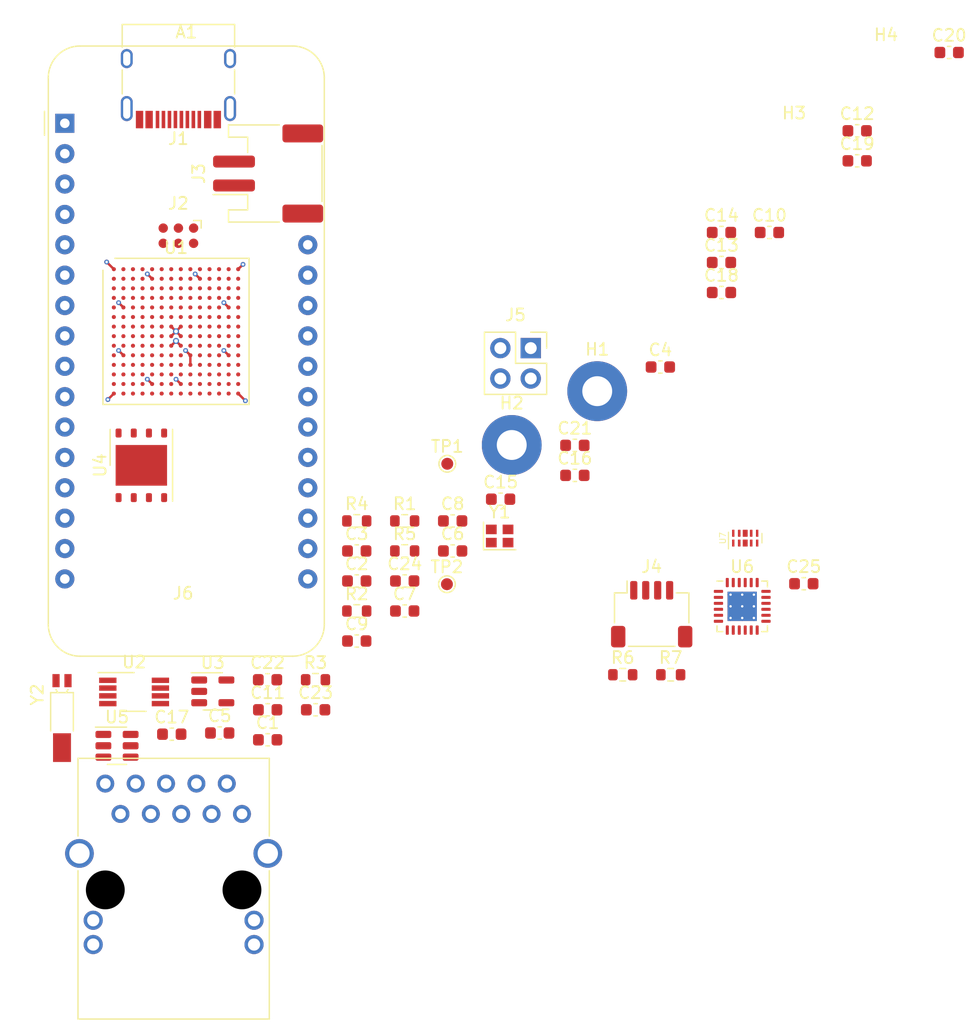
<source format=kicad_pcb>
(kicad_pcb (version 20211014) (generator pcbnew)
  (layers (0 "F.Cu" signal) (1 "In1.Cu" power) (2 "In2.Cu" power) (31 "B.Cu" signal) (34 "B.Paste" user) (35 "F.Paste" user) (36 "B.SilkS" user "B.Silkscreen") (37 "F.SilkS" user "F.Silkscreen") (38 "B.Mask" user) (39 "F.Mask" user) (44 "Edge.Cuts" user))
  (net 0 "")
  (net 1 "Net-(C1-Pad1)")
  (net 2 "GND")
  (net 3 "Net-(C2-Pad1)")
  (net 4 "Net-(C3-Pad2)")
  (net 5 "Net-(C4-Pad2)")
  (net 6 "+3V3")
  (net 7 "VIN")
  (net 8 "Net-(C9-Pad1)")
  (net 9 "/DCDC_PSWITCH")
  (net 10 "Net-(C23-Pad2)")
  (net 11 "Net-(C24-Pad2)")
  (net 12 "Net-(J1-PadA6)")
  (net 13 "Net-(J1-PadB5)")
  (net 14 "Net-(J1-PadA7)")
  (net 15 "Net-(J1-PadA5)")
  (net 16 "VUSB")
  (net 17 "/SWDIO")
  (net 18 "/~{RESET}")
  (net 19 "/SWO")
  (net 20 "VBAT")
  (net 22 "/QWIIC_SDA")
  (net 23 "/QWIIC_SCL")
  (net 25 "Net-(R3-Pad2)")
  (net 26 "Net-(R5-Pad1)")
  (net 27 "Net-(TP1-Pad1)")
  (net 28 "Net-(TP2-Pad1)")
  (net 29 "VDD_SOC_IN")
  (net 30 "Net-(U1-PadK7)")
  (net 31 "DCDC_IN")
  (net 32 "Net-(U1-PadL3)")
  (net 33 "Net-(U1-PadL4)")
  (net 34 "Net-(U1-PadL8)")
  (net 35 "Net-(U1-PadM1)")
  (net 36 "Net-(U1-PadM8)")
  (net 37 "DCDC_GND")
  (net 38 "Net-(U1-PadN4)")
  (net 39 "Net-(U1-PadP3)")
  (net 40 "Net-(U1-PadP4)")
  (net 41 "Net-(U1-PadP5)")
  (net 43 "Net-(J5-Pad1)")
  (net 44 "Net-(J5-Pad2)")
  (net 45 "Net-(J5-Pad3)")
  (net 46 "Net-(J5-Pad4)")
  (net 47 "/ENET_RX-")
  (net 48 "/ENET_RX+")
  (net 49 "/ENET_TX-")
  (net 50 "/ENET_TX+")
  (footprint "Package_SON:WSON-8-1EP_6x5mm_P1.27mm_EP3.4x4.3mm" (layer "F.Cu") (at 96.2 103.3 90)
    (fp_text reference "U4")
    (fp_text value "W25Q32JVZP")
  )
  (footprint "Capacitor_SMD:C_0603_1608Metric" (layer "F.Cu") (at 139.605 95.08)
    (fp_text reference "C4")
    (fp_text value "4pF")
  )
  (footprint "Capacitor_SMD:C_0603_1608Metric" (layer "F.Cu") (at 163.755 68.78)
    (fp_text reference "C20")
    (fp_text value "100nF")
  )
  (footprint "Resistor_SMD:R_0603_1608Metric" (layer "F.Cu") (at 114.215 115.48)
    (fp_text reference "R2")
    (fp_text value "5.6kΩ")
  )
  (footprint "Capacitor_SMD:C_0603_1608Metric" (layer "F.Cu") (at 148.725 83.83)
    (fp_text reference "C10")
    (fp_text value "2.2µF")
  )
  (footprint "Capacitor_SMD:C_0603_1608Metric" (layer "F.Cu") (at 98.745 125.78)
    (fp_text reference "C17")
    (fp_text value "100nF")
  )
  (footprint "MountingHole:MountingHole_2.5mm_Pad" (layer "F.Cu") (at 127.175 101.6)
    (fp_text reference "H2")
    (fp_text value "0.1\"")
  )
  (footprint "Capacitor_SMD:C_0603_1608Metric" (layer "F.Cu") (at 132.455 104.14)
    (fp_text reference "C16")
    (fp_text value "4.7µF")
  )
  (footprint "Capacitor_SMD:C_0603_1608Metric" (layer "F.Cu") (at 156.065 77.84)
    (fp_text reference "C19")
    (fp_text value "4.7µF")
  )
  (footprint "Capacitor_SMD:C_0603_1608Metric" (layer "F.Cu") (at 144.715 88.85)
    (fp_text reference "C18")
    (fp_text value "100nF")
  )
  (footprint "ethernet_feather:LFBGA-196_12x12mm_Layout14x14_P0.8mm" (layer "F.Cu") (at 99.1 92.1)
    (fp_text reference "U1")
    (fp_text value "MIMXRT1051CVJ5B")
  )
  (footprint "Package_DFN_QFN:VQFN-24-1EP_4x4mm_P0.5mm_EP2.45x2.45mm_ThermalVias" (layer "F.Cu") (at 146.45 115.09)
    (fp_text reference "U6")
    (fp_text value "LAN8742A")
  )
  (footprint "Capacitor_SMD:C_0603_1608Metric" (layer "F.Cu") (at 118.225 115.48)
    (fp_text reference "C7")
    (fp_text value "1µF")
  )
  (footprint "MountingHole:MountingHole_2.5mm_Pad" (layer "F.Cu") (at 134.325 97.1)
    (fp_text reference "H1")
    (fp_text value "0.1\"")
  )
  (footprint "Package_SO:VSSOP-8_3.0x3.0mm_P0.65mm" (layer "F.Cu") (at 95.595 122.25)
    (fp_text reference "U2")
    (fp_text value "LP3982IMM-3.3")
  )
  (footprint "Crystal:Crystal_SMD_MicroCrystal_MS3V-T1R" (layer "F.Cu") (at 89.565 124.43)
    (fp_text reference "Y2")
    (fp_text value "32.768kHz 7pF")
  )
  (footprint "Module:Adafruit_Feather" (layer "F.Cu") (at 89.8 74.7)
    (fp_text reference "A1")
    (fp_text value "Adafruit_Feather_Generic")
  )
  (footprint "Resistor_SMD:R_0603_1608Metric" (layer "F.Cu") (at 136.46 120.81)
    (fp_text reference "R6")
    (fp_text value "10kΩ")
  )
  (footprint "Connector_JST:JST_SH_SM04B-SRSS-TB_1x04-1MP_P1.00mm_Horizontal" (layer "F.Cu") (at 138.88 115.75)
    (fp_text reference "J4")
    (fp_text value "JST SH4 pin")
  )
  (footprint "Capacitor_SMD:C_0603_1608Metric" (layer "F.Cu") (at 106.765 123.74)
    (fp_text reference "C11")
    (fp_text value "2.2nF")
  )
  (footprint "Capacitor_SMD:C_0603_1608Metric" (layer "F.Cu") (at 122.235 107.95)
    (fp_text reference "C8")
    (fp_text value "2.2µF")
  )
  (footprint "Capacitor_SMD:C_0603_1608Metric" (layer "F.Cu") (at 102.755 125.68)
    (fp_text reference "C5")
    (fp_text value "C_Small")
  )
  (footprint "Capacitor_SMD:C_0603_1608Metric" (layer "F.Cu") (at 122.235 110.46)
    (fp_text reference "C6")
    (fp_text value "220nF")
  )
  (footprint "Capacitor_SMD:C_0603_1608Metric" (layer "F.Cu") (at 114.215 112.97)
    (fp_text reference "C2")
    (fp_text value "2pF")
  )
  (footprint "Capacitor_SMD:C_0603_1608Metric" (layer "F.Cu") (at 114.215 117.99)
    (fp_text reference "C9")
    (fp_text value "33nF")
  )
  (footprint "Connector_USB:USB_C_Receptacle_HRO_TYPE-C-31-M-12" (layer "F.Cu") (at 99.3 70.34 180)
    (fp_text reference "J1")
    (fp_text value "USB_C_Receptacle_USB2.0")
  )
  (footprint "Connector:Tag-Connect_TC2030-IDC-NL_2x03_P1.27mm_Vertical" (layer "F.Cu") (at 99.3 84.1 180)
    (fp_text reference "J2")
    (fp_text value "TC2030-NL")
  )
  (footprint "Resistor_SMD:R_0603_1608Metric" (layer "F.Cu") (at 110.765 121.23)
    (fp_text reference "R3")
    (fp_text value "100kΩ")
  )
  (footprint "Capacitor_SMD:C_0603_1608Metric" (layer "F.Cu") (at 151.6 113.2)
    (fp_text reference "C25")
    (fp_text value "100nF")
  )
  (footprint "Capacitor_SMD:C_0603_1608Metric" (layer "F.Cu") (at 110.775 123.74)
    (fp_text reference "C23")
    (fp_text value "100nF")
  )
  (footprint "TestPoint:TestPoint_Pad_D1.0mm" (layer "F.Cu") (at 121.785 103.17)
    (fp_text reference "TP1")
    (fp_text value "D-2")
  )
  (footprint "Capacitor_SMD:C_0603_1608Metric" (layer "F.Cu") (at 106.765 126.25)
    (fp_text reference "C1")
    (fp_text value "2pF")
  )
  (footprint "Capacitor_SMD:C_0603_1608Metric" (layer "F.Cu") (at 118.225 112.97)
    (fp_text reference "C24")
    (fp_text value "100nF")
  )
  (footprint "Capacitor_SMD:C_0603_1608Metric" (layer "F.Cu") (at 114.215 110.46)
    (fp_text reference "C3")
    (fp_text value "4pF")
  )
  (footprint "Capacitor_SMD:C_0603_1608Metric" (layer "F.Cu") (at 144.715 86.34)
    (fp_text reference "C13")
    (fp_text value "100nF")
  )
  (footprint "MountingHole:MountingHole_2.5mm" (layer "F.Cu") (at 158.475 70.8)
    (fp_text reference "H4")
    (fp_text value "0.1\"")
  )
  (footprint "Capacitor_SMD:C_0603_1608Metric" (layer "F.Cu") (at 144.715 83.83)
    (fp_text reference "C14")
    (fp_text value "100nF")
  )
  (footprint "Connector_JST:JST_PH_S2B-PH-SM4-TB_1x02-1MP_P2.00mm_Horizontal" (layer "F.Cu") (at 106.8 78.9 90)
    (fp_text reference "J3")
    (fp_text value "JST PH 2 pin")
  )
  (footprint "Capacitor_SMD:C_0603_1608Metric" (layer "F.Cu") (at 106.755 121.23)
    (fp_text reference "C22")
    (fp_text value "100nF")
  )
  (footprint "Resistor_SMD:R_0603_1608Metric" (layer "F.Cu") (at 114.215 107.95)
    (fp_text reference "R4")
    (fp_text value "120kΩ")
  )
  (footprint "Crystal:Crystal_SMD_2016-4Pin_2.0x1.6mm" (layer "F.Cu") (at 126.165 109.21)
    (fp_text reference "Y1")
    (fp_text value "24MHz 6pF")
  )
  (footprint "Capacitor_SMD:C_0603_1608Metric" (layer "F.Cu") (at 156.065 75.33)
    (fp_text reference "C12")
    (fp_text value "4.7µF")
  )
  (footprint "Capacitor_SMD:C_0603_1608Metric" (layer "F.Cu") (at 126.245 106.13)
    (fp_text reference "C15")
    (fp_text value "100nF")
  )
  (footprint "ethernet_feather:ST_µQFN-10L" (layer "F.Cu") (at 146.7 109.39 90)
    (fp_text reference "U7")
    (fp_text value "HSP061-4M10")
  )
  (footprint "MountingHole:MountingHole_2.5mm" (layer "F.Cu") (at 150.785 77.35)
    (fp_text reference "H3")
    (fp_text value "0.1\"")
  )
  (footprint "Connector_PinSocket_2.54mm:PinSocket_2x02_P2.54mm_Vertical" (layer "F.Cu") (at 128.765 93.5)
    (fp_text reference "J5")
    (fp_text value "Conn_02x02_Odd_Even")
  )
  (footprint "Package_TO_SOT_SMD:SOT-23-5" (layer "F.Cu") (at 102.175 122.2)
    (fp_text reference "U3")
    (fp_text value "MCP73831-2-OT")
  )
  (footprint "Package_TO_SOT_SMD:SOT-23-6" (layer "F.Cu") (at 94.165 126.75)
    (fp_text reference "U5")
    (fp_text value "WE-TVS-82400102")
  )
  (footprint "TestPoint:TestPoint_Pad_D1.0mm" (layer "F.Cu") (at 121.755 113.24)
    (fp_text reference "TP2")
    (fp_text value "D+2")
  )
  (footprint "Capacitor_SMD:C_0603_1608Metric" (layer "F.Cu") (at 132.455 101.63)
    (fp_text reference "C21")
    (fp_text value "4.7µF")
  )
  (footprint "Resistor_SMD:R_0603_1608Metric" (layer "F.Cu") (at 118.225 110.46)
    (fp_text reference "R5")
    (fp_text value "10kΩ")
  )
  (footprint "Resistor_SMD:R_0603_1608Metric" (layer "F.Cu") (at 140.47 120.81)
    (fp_text reference "R7")
    (fp_text value "10kΩ")
  )
  (footprint "Resistor_SMD:R_0603_1608Metric" (layer "F.Cu") (at 118.225 107.95)
    (fp_text reference "R1")
    (fp_text value "5.6kΩ")
  )
  (footprint "ethernet_feather:RJ45_Abracon_ARJM11D7-114" (layer "F.Cu") (at 98.9 138.8)
    (fp_text reference "J6")
    (fp_text value "RJ45_Abracon_ARJM11D7-114-AB-EW2")
  )
  (segment (start 103.5 90.1) (end 103.1 89.7) (width 0.2) (layer "F.Cu") (net 2))
  (segment (start 99.5 93.3) (end 99.1 92.9) (width 0.2) (layer "F.Cu") (net 2))
  (segment (start 101.1 87.7) (end 100.7 87.3) (width 0.2) (layer "F.Cu") (net 2))
  (segment (start 97.1 96.5) (end 96.7 96.1) (width 0.2) (layer "F.Cu") (net 2))
  (segment (start 99.1 92.1) (end 99.5 92.5) (width 0.2) (layer "F.Cu") (net 2))
  (segment (start 93.9 86.9) (end 93.3 86.3) (width 0.2) (layer "F.Cu") (net 2))
  (segment (start 99.1 92.1) (end 98.7 92.5) (width 0.2) (layer "F.Cu") (net 2))
  (segment (start 94.7 94.1) (end 94.3 93.7) (width 0.2) (layer "F.Cu") (net 2))
  (segment (start 104.3 97.3) (end 104.9 97.9) (width 0.2) (layer "F.Cu") (net 2))
  (segment (start 98.7 91.7) (end 99.1 92.1) (width 0.2) (layer "F.Cu") (net 2))
  (segment (start 98.7 93.3) (end 99.1 92.9) (width 0.2) (layer "F.Cu") (net 2))
  (segment (start 100.3 94.9) (end 100.3 94.1) (width 0.2) (layer "F.Cu") (net 2))
  (segment (start 94.7 90.1) (end 94.3 89.7) (width 0.2) (layer "F.Cu") (net 2))
  (segment (start 104.3 86.9) (end 104.7 86.5) (width 0.2) (layer "F.Cu") (net 2))
  (segment (start 103.5 94.1) (end 103.1 93.7) (width 0.2) (layer "F.Cu") (net 2))
  (segment (start 99.1 92.1) (end 99.5 91.7) (width 0.2) (layer "F.Cu") (net 2))
  (segment (start 99.5 96.5) (end 99.1 96.1) (width 0.2) (layer "F.Cu") (net 2))
  (segment (start 100.3 94.1) (end 99.9 93.7) (width 0.2) (layer "F.Cu") (net 2))
  (segment (start 93.9 97.3) (end 93.4 97.8) (width 0.2) (layer "F.Cu") (net 2))
  (segment (start 97.1 87.7) (end 96.7 87.3) (width 0.2) (layer "F.Cu") (net 2))
  (via (at 99.1 92.1) (size 0.5) (drill 0.3) (layers "F.Cu" "B.Cu") (net 2))
  (via (at 99.1 92.9) (size 0.5) (drill 0.3) (layers "F.Cu" "B.Cu") (net 2))
  (via (at 100.7 87.3) (size 0.4) (drill 0.2) (layers "F.Cu" "B.Cu") (net 2))
  (via (at 94.3 89.7) (size 0.4) (drill 0.2) (layers "F.Cu" "B.Cu") (net 2))
  (via (at 94.3 93.7) (size 0.4) (drill 0.2) (layers "F.Cu" "B.Cu") (net 2))
  (via (at 93.3 86.3) (size 0.4) (drill 0.2) (layers "F.Cu" "B.Cu") (net 2))
  (via (at 103.1 89.7) (size 0.4) (drill 0.2) (layers "F.Cu" "B.Cu") (net 2))
  (via (at 104.7 86.5) (size 0.4) (drill 0.2) (layers "F.Cu" "B.Cu") (net 2))
  (via (at 99.9 93.7) (size 0.4) (drill 0.2) (layers "F.Cu" "B.Cu") (net 2))
  (via (at 104.9 97.9) (size 0.4) (drill 0.2) (layers "F.Cu" "B.Cu") (net 2))
  (via (at 103.1 93.7) (size 0.4) (drill 0.2) (layers "F.Cu" "B.Cu") (net 2))
  (via (at 93.4 97.8) (size 0.4) (drill 0.2) (layers "F.Cu" "B.Cu") (net 2))
  (via (at 96.7 96.1) (size 0.4) (drill 0.2) (layers "F.Cu" "B.Cu") (net 2))
  (via (at 96.7 87.3) (size 0.4) (drill 0.2) (layers "F.Cu" "B.Cu") (net 2))
  (via (at 99.1 96.1) (size 0.4) (drill 0.2) (layers "F.Cu" "B.Cu") (net 2))
)
</source>
